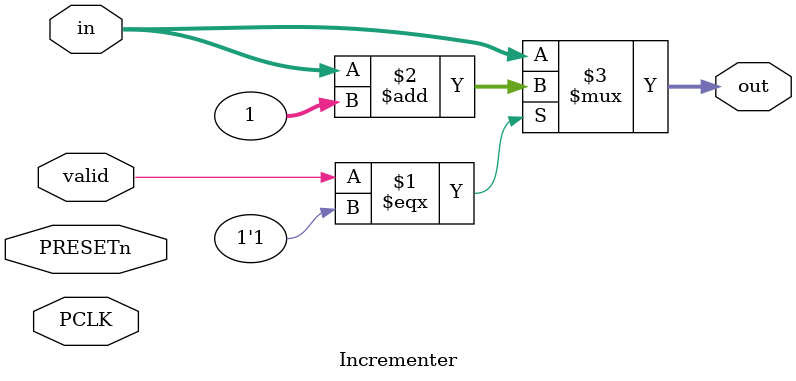
<source format=v>
`timescale 1ns / 1ps


module Incrementer # (
    parameter integer SIZE = 32
    )
    (
    input PCLK,
    input PRESETn,
    input [SIZE-1:0] in,
    input valid,
    output [SIZE-1:0] out
    );
    
    assign out = (valid === 1'b1) ? (in + 1) : in;
    
endmodule

</source>
